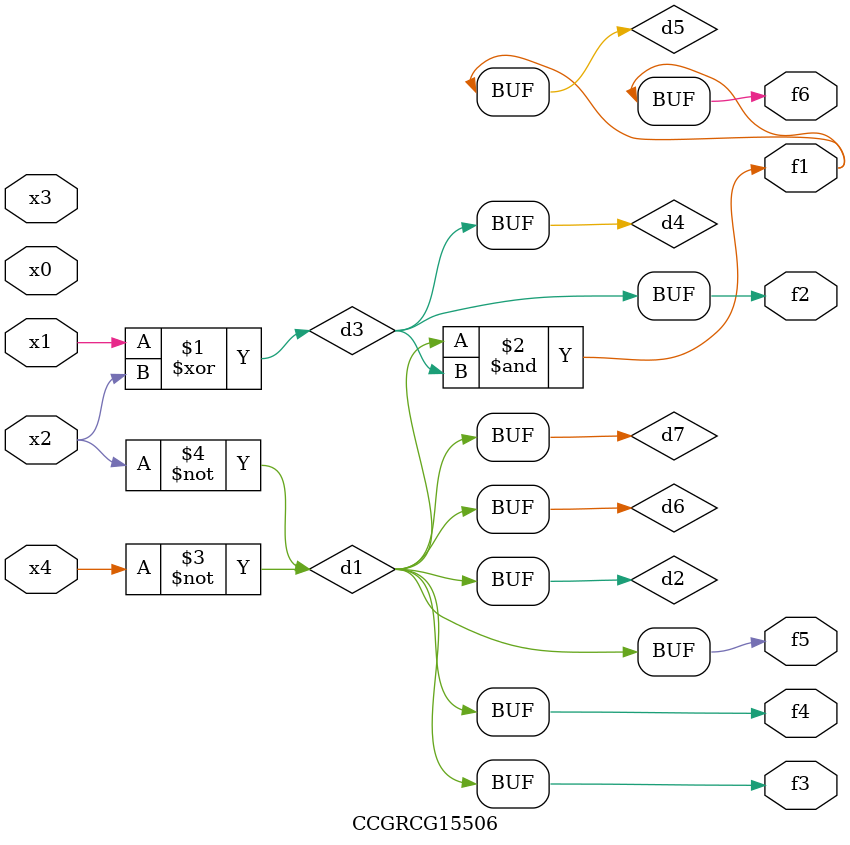
<source format=v>
module CCGRCG15506(
	input x0, x1, x2, x3, x4,
	output f1, f2, f3, f4, f5, f6
);

	wire d1, d2, d3, d4, d5, d6, d7;

	not (d1, x4);
	not (d2, x2);
	xor (d3, x1, x2);
	buf (d4, d3);
	and (d5, d1, d3);
	buf (d6, d1, d2);
	buf (d7, d2);
	assign f1 = d5;
	assign f2 = d4;
	assign f3 = d7;
	assign f4 = d7;
	assign f5 = d7;
	assign f6 = d5;
endmodule

</source>
